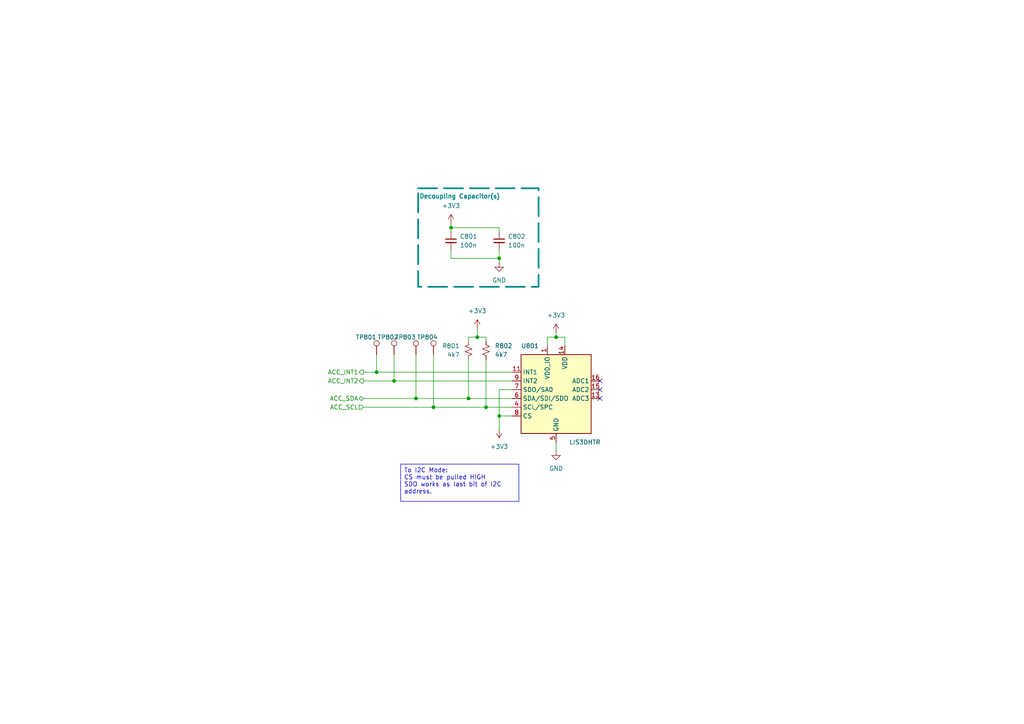
<source format=kicad_sch>
(kicad_sch (version 20231120) (generator "eeschema") (generator_version "8.0")
  (paper "A4")
  (title_block (title "Project Antares - Transmitter Schematic") (date "2024-08-23") (rev "1.0.2") (company "Ourobors Embedded Development") (comment 1 "Pablo Jean Rozario"))
  (lib_symbols
    (symbol "Connector:TestPoint" (pin_numbers hide) (pin_names (offset 0.762) hide)
      (property "Reference" "TP" (at 0 6.858 0))
      (property "Value" "TestPoint" (at 0 5.08 0))
      (symbol "TestPoint_0_1"
        (circle (center 0 3.302) (radius 0.762))
      )
      (symbol "TestPoint_1_1"
        (pin passive line (at 0 0 90) (length 2.54) (name "1") (number "1"))
      )
    )
    (symbol "Device:C_Small" (pin_numbers hide) (pin_names (offset 0.254) hide)
      (property "Reference" "C" (at 0.254 1.778 0))
      (property "Value" "C_Small" (at 0.254 -2.032 0))
      (symbol "C_Small_0_1"
        (polyline (pts (xy -1.524 -0.508) (xy 1.524 -0.508)) (stroke (width 0.3302)))
        (polyline (pts (xy -1.524 0.508) (xy 1.524 0.508)) (stroke (width 0.3048)))
      )
      (symbol "C_Small_1_1"
        (pin passive line (at 0 2.54 270) (length 2.032) (name "~") (number "1"))
        (pin passive line (at 0 -2.54 90) (length 2.032) (name "~") (number "2"))
      )
    )
    (symbol "Device:R_Small_US" (pin_numbers hide) (pin_names (offset 0.254) hide)
      (property "Reference" "R" (at 0.762 0.508 0))
      (property "Value" "R_Small_US" (at 0.762 -1.016 0))
      (symbol "R_Small_US_1_1"
        (polyline (pts (xy 0 0) (xy 1.016 -0.381) (xy 0 -0.762) (xy -1.016 -1.143) (xy 0 -1.524)))
        (polyline (pts (xy 0 1.524) (xy 1.016 1.143) (xy 0 0.762) (xy -1.016 0.381) (xy 0 0)))
        (pin passive line (at 0 2.54 270) (length 1.016) (name "~") (number "1"))
        (pin passive line (at 0 -2.54 90) (length 1.016) (name "~") (number "2"))
      )
    )
    (symbol "Sensor_Motion:LIS3DH"
      (property "Reference" "U" (at -7.62 11.43 0))
      (property "Value" "LIS3DH" (at 6.35 11.43 0))
      (symbol "LIS3DH_0_1"
        (rectangle (start -10.16 10.16) (end 10.16 -12.7) (stroke (width 0.254)) (fill (type background)))
      )
      (symbol "LIS3DH_1_1"
        (pin power_in line (at -2.54 12.7 270) (length 2.54) (name "VDD_IO") (number "1"))
        (pin passive line (at 0 -15.24 90) (length 2.54) hide (name "GND") (number "10"))
        (pin output line (at -12.7 5.08 0) (length 2.54) (name "INT1") (number "11"))
        (pin passive line (at 0 -15.24 90) (length 2.54) hide (name "GND") (number "12"))
        (pin input line (at 12.7 -2.54 180) (length 2.54) (name "ADC3") (number "13"))
        (pin power_in line (at 2.54 12.7 270) (length 2.54) (name "VDD") (number "14"))
        (pin input line (at 12.7 0 180) (length 2.54) (name "ADC2") (number "15"))
        (pin input line (at 12.7 2.54 180) (length 2.54) (name "ADC1") (number "16"))
        (pin no_connect line (at 10.16 5.08 180) (length 2.54) hide (name "NC") (number "2"))
        (pin no_connect line (at 10.16 7.62 180) (length 2.54) hide (name "NC") (number "3"))
        (pin input line (at -12.7 -5.08 0) (length 2.54) (name "SCL/SPC") (number "4"))
        (pin power_in line (at 0 -15.24 90) (length 2.54) (name "GND") (number "5"))
        (pin bidirectional line (at -12.7 -2.54 0) (length 2.54) (name "SDA/SDI/SDO") (number "6"))
        (pin bidirectional line (at -12.7 0 0) (length 2.54) (name "SDO/SA0") (number "7"))
        (pin input line (at -12.7 -7.62 0) (length 2.54) (name "CS") (number "8"))
        (pin output line (at -12.7 2.54 0) (length 2.54) (name "INT2") (number "9"))
      )
    )
    (symbol "power:+3V3" (power) (pin_numbers hide) (pin_names (offset 0) hide)
      (property "Value" "+3V3" (at 0 3.556 0))
      (symbol "+3V3_0_1"
        (polyline (pts (xy -0.762 1.27) (xy 0 2.54)))
        (polyline (pts (xy 0 0) (xy 0 2.54)))
        (polyline (pts (xy 0 2.54) (xy 0.762 1.27)))
      )
      (symbol "+3V3_1_1"
        (pin power_in line (at 0 0 90) (length 0) (name "~") (number "1"))
      )
    )
    (symbol "power:GND" (power) (pin_numbers hide) (pin_names (offset 0) hide)
      (property "Value" "GND" (at 0 -3.81 0))
      (symbol "GND_0_1"
        (polyline (pts (xy 0 0) (xy 0 -1.27) (xy 1.27 -1.27) (xy 0 -2.54) (xy -1.27 -1.27) (xy 0 -1.27)))
      )
      (symbol "GND_1_1"
        (pin power_in line (at 0 0 270) (length 0) (name "~") (number "1"))
      )
    )
  )
  (junction (at 130.81 66.04))
  (junction (at 144.78 120.65))
  (junction (at 120.65 115.57))
  (junction (at 109.22 107.95))
  (junction (at 161.29 97.79))
  (junction (at 144.78 74.93))
  (junction (at 135.89 115.57))
  (junction (at 138.43 97.79))
  (junction (at 114.3 110.49))
  (junction (at 140.97 118.11))
  (junction (at 125.73 118.11))
  (no_connect (at 173.99 113.03))
  (no_connect (at 173.99 110.49))
  (no_connect (at 173.99 115.57))
  (wire (pts (xy 140.97 104.14) (xy 140.97 118.11)))
  (wire (pts (xy 109.22 107.95) (xy 148.59 107.95)))
  (wire (pts (xy 161.29 96.52) (xy 161.29 97.79)))
  (wire (pts (xy 130.81 74.93) (xy 144.78 74.93)))
  (wire (pts (xy 120.65 102.87) (xy 120.65 115.57)))
  (wire (pts (xy 114.3 102.87) (xy 114.3 110.49)))
  (wire (pts (xy 144.78 74.93) (xy 144.78 76.2)))
  (wire (pts (xy 130.81 64.77) (xy 130.81 66.04)))
  (wire (pts (xy 140.97 99.06) (xy 140.97 97.79)))
  (wire (pts (xy 130.81 66.04) (xy 130.81 67.31)))
  (wire (pts (xy 109.22 102.87) (xy 109.22 107.95)))
  (wire (pts (xy 105.41 118.11) (xy 125.73 118.11)))
  (wire (pts (xy 135.89 115.57) (xy 148.59 115.57)))
  (wire (pts (xy 135.89 104.14) (xy 135.89 115.57)))
  (wire (pts (xy 125.73 118.11) (xy 140.97 118.11)))
  (wire (pts (xy 138.43 97.79) (xy 135.89 97.79)))
  (wire (pts (xy 163.83 100.33) (xy 163.83 97.79)))
  (wire (pts (xy 125.73 102.87) (xy 125.73 118.11)))
  (wire (pts (xy 148.59 120.65) (xy 144.78 120.65)))
  (wire (pts (xy 138.43 95.25) (xy 138.43 97.79)))
  (wire (pts (xy 105.41 107.95) (xy 109.22 107.95)))
  (wire (pts (xy 163.83 97.79) (xy 161.29 97.79)))
  (wire (pts (xy 140.97 97.79) (xy 138.43 97.79)))
  (wire (pts (xy 120.65 115.57) (xy 135.89 115.57)))
  (wire (pts (xy 135.89 97.79) (xy 135.89 99.06)))
  (wire (pts (xy 130.81 66.04) (xy 144.78 66.04)))
  (wire (pts (xy 114.3 110.49) (xy 148.59 110.49)))
  (wire (pts (xy 144.78 120.65) (xy 144.78 124.46)))
  (wire (pts (xy 105.41 110.49) (xy 114.3 110.49)))
  (wire (pts (xy 161.29 97.79) (xy 158.75 97.79)))
  (wire (pts (xy 144.78 66.04) (xy 144.78 67.31)))
  (wire (pts (xy 140.97 118.11) (xy 148.59 118.11)))
  (wire (pts (xy 161.29 128.27) (xy 161.29 130.81)))
  (wire (pts (xy 144.78 113.03) (xy 144.78 120.65)))
  (wire (pts (xy 105.41 115.57) (xy 120.65 115.57)))
  (wire (pts (xy 158.75 97.79) (xy 158.75 100.33)))
  (wire (pts (xy 130.81 72.39) (xy 130.81 74.93)))
  (wire (pts (xy 148.59 113.03) (xy 144.78 113.03)))
  (wire (pts (xy 144.78 72.39) (xy 144.78 74.93)))
  (rectangle (start 121.285 54.61) (end 156.21 83.185) (stroke (width 0.5) (type dash) (color 0 132 132 1)))
  (text_box "To I2C Mode:\nCS must be pulled HIGH\nSDO works as last bit of I2C address." (at 116.205 134.62 0) (size 34.29 10.795) (effects (font (size 1.27 1.27)) (justify left top)))
  (text "Decoupling Capacitor(s)" (at 133.35 57.15 0) (effects (font (size 1.27 1.27) (thickness 0.254) (bold yes))))
  (hierarchical_label "ACC_SCL" (shape input) (at 105.41 118.11 180))
  (hierarchical_label "ACC_SDA" (shape bidirectional) (at 105.41 115.57 180))
  (hierarchical_label "ACC_INT1" (shape output) (at 105.41 107.95 180))
  (hierarchical_label "ACC_INT2" (shape output) (at 105.41 110.49 180))
  (symbol (lib_id "Device:R_Small_US") (at 135.89 101.6 0) (mirror y) (unit 1)
    (property "Reference" "R801" (at 133.35 100.3299 0) (effects (justify left)))
    (property "Value" "4k7" (at 133.35 102.8699 0) (effects (justify left)))
    (property "Footprint" "Resistor_SMD:R_0603_1608Metric" (effects (hide yes)))
    (property "Description" "Resistor, small US symbol" (effects (hide yes)))
    (property "LCSC" "C23162" (effects (hide yes)))
    (property "PN" "0603WAF4701T5E" (effects (hide yes)))
  )
  (symbol (lib_id "power:+3V3") (at 144.78 124.46 180) (unit 1)
    (property "Reference" "#PWR0805" (effects (hide yes)))
    (property "Value" "+3V3" (at 144.78 129.54 0))
    (property "Description" "Power symbol creates a global label with name \"+3V3\"" (effects (hide yes)))
  )
  (symbol (lib_id "Device:R_Small_US") (at 140.97 101.6 0) (unit 1)
    (property "Reference" "R802" (at 143.51 100.3299 0) (effects (justify left)))
    (property "Value" "4k7" (at 143.51 102.8699 0) (effects (justify left)))
    (property "Footprint" "Resistor_SMD:R_0603_1608Metric" (effects (hide yes)))
    (property "Description" "Resistor, small US symbol" (effects (hide yes)))
    (property "LCSC" "C23162" (effects (hide yes)))
    (property "PN" "0603WAF4701T5E" (effects (hide yes)))
  )
  (symbol (lib_id "Sensor_Motion:LIS3DH") (at 161.29 113.03 0) (unit 1)
    (property "Reference" "U801" (at 151.13 100.33 0) (effects (justify left)))
    (property "Value" "LIS3DHTR" (at 165.1 128.27 0) (effects (justify left)))
    (property "Footprint" "Package_LGA:LGA-16_3x3mm_P0.5mm_LayoutBorder3x5y" (effects (hide yes)))
    (property "Datasheet" "https://www.st.com/resource/en/datasheet/cd00274221.pdf" (effects (hide yes)))
    (property "Description" "3-Axis Accelerometer, 2/4/8/16g range, I2C/SPI interface, LGA-16" (effects (hide yes)))
    (property "LCSC" "C15134" (effects (hide yes)))
    (property "PN" "LIS3DHTR" (effects (hide yes)))
  )
  (symbol (lib_id "Device:C_Small") (at 130.81 69.85 0) (unit 1)
    (property "Reference" "C801" (at 133.35 68.5862 0) (effects (justify left)))
    (property "Value" "100n" (at 133.35 71.1262 0) (effects (justify left)))
    (property "Footprint" "Capacitor_SMD:C_0603_1608Metric" (effects (hide yes)))
    (property "Description" "Unpolarized capacitor, small symbol" (effects (hide yes)))
    (property "LCSC" "C14663" (effects (hide yes)))
    (property "PN" "CC0603KRX7R9BB104" (effects (hide yes)))
  )
  (symbol (lib_id "Connector:TestPoint") (at 109.22 102.87 0) (mirror y) (unit 1)
    (property "Reference" "TP801" (at 109.22 97.79 0) (effects (justify left)))
    (property "Value" "TestPoint" (effects (hide yes)))
    (property "Footprint" "TestPoint:TestPoint_Pad_D1.5mm" (effects (hide yes)))
    (property "Description" "test point" (effects (hide yes)))
  )
  (symbol (lib_id "Connector:TestPoint") (at 114.3 102.87 0) (mirror y) (unit 1)
    (property "Reference" "TP802" (at 115.57 97.79 0) (effects (justify left)))
    (property "Value" "TestPoint" (effects (hide yes)))
    (property "Footprint" "TestPoint:TestPoint_Pad_D1.5mm" (effects (hide yes)))
    (property "Description" "test point" (effects (hide yes)))
  )
  (symbol (lib_id "Connector:TestPoint") (at 120.65 102.87 0) (mirror y) (unit 1)
    (property "Reference" "TP803" (at 120.65 97.79 0) (effects (justify left)))
    (property "Value" "TestPoint" (effects (hide yes)))
    (property "Footprint" "TestPoint:TestPoint_Pad_D1.5mm" (effects (hide yes)))
    (property "Description" "test point" (effects (hide yes)))
  )
  (symbol (lib_id "Connector:TestPoint") (at 125.73 102.87 0) (mirror y) (unit 1)
    (property "Reference" "TP804" (at 127 97.79 0) (effects (justify left)))
    (property "Value" "TestPoint" (effects (hide yes)))
    (property "Footprint" "TestPoint:TestPoint_Pad_D1.5mm" (effects (hide yes)))
    (property "Description" "test point" (effects (hide yes)))
  )
  (symbol (lib_id "Device:C_Small") (at 144.78 69.85 0) (unit 1)
    (property "Reference" "C802" (at 147.32 68.5862 0) (effects (justify left)))
    (property "Value" "100n" (at 147.32 71.1262 0) (effects (justify left)))
    (property "Footprint" "Capacitor_SMD:C_0603_1608Metric" (effects (hide yes)))
    (property "Description" "Unpolarized capacitor, small symbol" (effects (hide yes)))
    (property "LCSC" "C14663" (effects (hide yes)))
    (property "PN" "CC0603KRX7R9BB104" (effects (hide yes)))
  )
  (symbol (lib_id "power:+3V3") (at 161.29 96.52 0) (unit 1)
    (property "Reference" "#PWR0803" (effects (hide yes)))
    (property "Value" "+3V3" (at 161.29 91.44 0))
    (property "Description" "Power symbol creates a global label with name \"+3V3\"" (effects (hide yes)))
  )
  (symbol (lib_id "power:GND") (at 144.78 76.2 0) (unit 1)
    (property "Reference" "#PWR0802" (effects (hide yes)))
    (property "Value" "GND" (at 144.78 81.28 0))
    (property "Description" "Power symbol creates a global label with name \"GND\" , ground" (effects (hide yes)))
  )
  (symbol (lib_id "power:GND") (at 161.29 130.81 0) (unit 1)
    (property "Reference" "#PWR0804" (effects (hide yes)))
    (property "Value" "GND" (at 161.29 135.89 0))
    (property "Description" "Power symbol creates a global label with name \"GND\" , ground" (effects (hide yes)))
  )
  (symbol (lib_id "power:+3V3") (at 138.43 95.25 0) (unit 1)
    (property "Reference" "#PWR0806" (effects (hide yes)))
    (property "Value" "+3V3" (at 138.43 90.17 0))
    (property "Description" "Power symbol creates a global label with name \"+3V3\"" (effects (hide yes)))
  )
  (symbol (lib_id "power:+3V3") (at 130.81 64.77 0) (unit 1)
    (property "Reference" "#PWR0801" (effects (hide yes)))
    (property "Value" "+3V3" (at 130.81 59.69 0))
    (property "Description" "Power symbol creates a global label with name \"+3V3\"" (effects (hide yes)))
  )
)
</source>
